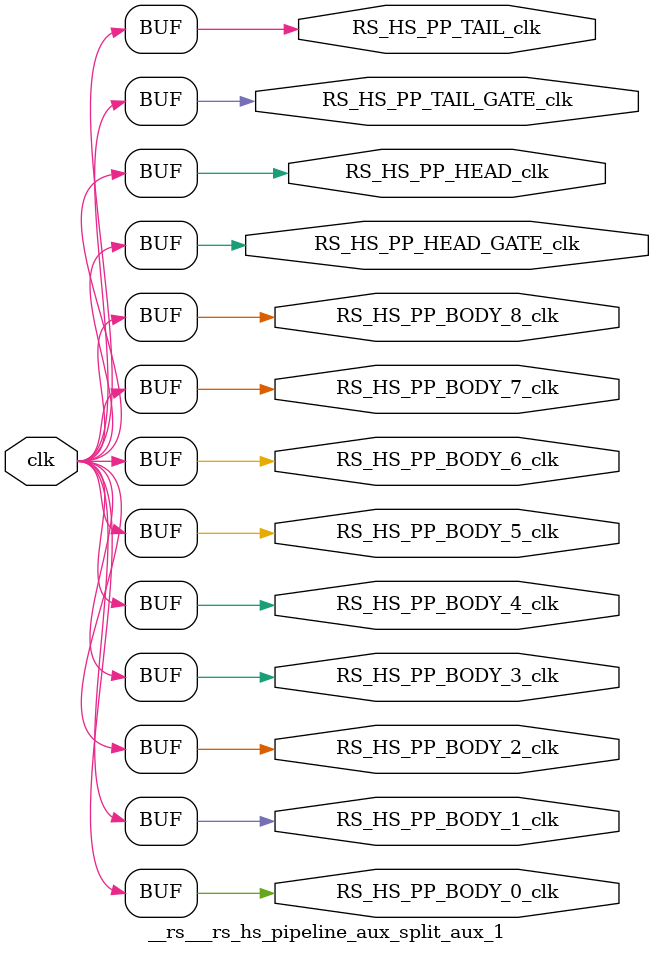
<source format=v>
`timescale 1 ns / 1 ps
module __rs___rs_hs_pipeline_aux_split_aux_1 #(
    parameter DATA_WIDTH                      = 32,
    parameter DEPTH                           = 24,
    parameter PIPELINE_READY_IN_HEAD          = 1,
    parameter PIPELINE_VALID_AND_DATA_IN_HEAD = 0,
    parameter BODY_LEVEL                      = 2,
    parameter EXTRA_PIPELINE_BEFORE_TAIL      = 0,
    parameter MEM_STYLE                       = 0,
    parameter __HEAD_REGION                   = "",
    parameter __BODY_0_REGION                 = "",
    parameter __BODY_1_REGION                 = "",
    parameter __BODY_2_REGION                 = "",
    parameter __BODY_3_REGION                 = "",
    parameter __BODY_4_REGION                 = "",
    parameter __BODY_5_REGION                 = "",
    parameter __BODY_6_REGION                 = "",
    parameter __BODY_7_REGION                 = "",
    parameter __BODY_8_REGION                 = "",
    parameter __TAIL_REGION                   = "",
    parameter GRACE_PERIOD                    = BODY_LEVEL * 2 + PIPELINE_READY_IN_HEAD + PIPELINE_VALID_AND_DATA_IN_HEAD + EXTRA_PIPELINE_BEFORE_TAIL * 2,
    parameter REAL_DEPTH                      = GRACE_PERIOD + DEPTH + 4,
    parameter REAL_ADDR_WIDTH                 = $clog2 ( REAL_DEPTH )
) (
    output wire RS_HS_PP_BODY_0_clk,
    output wire RS_HS_PP_BODY_1_clk,
    output wire RS_HS_PP_BODY_2_clk,
    output wire RS_HS_PP_BODY_3_clk,
    output wire RS_HS_PP_BODY_4_clk,
    output wire RS_HS_PP_BODY_5_clk,
    output wire RS_HS_PP_BODY_6_clk,
    output wire RS_HS_PP_BODY_7_clk,
    output wire RS_HS_PP_BODY_8_clk,
    output wire RS_HS_PP_HEAD_GATE_clk,
    output wire RS_HS_PP_HEAD_clk,
    output wire RS_HS_PP_TAIL_GATE_clk,
    output wire RS_HS_PP_TAIL_clk,
    input wire  clk
);
assign RS_HS_PP_BODY_0_clk = clk;
assign RS_HS_PP_BODY_1_clk = clk;
assign RS_HS_PP_BODY_2_clk = clk;
assign RS_HS_PP_BODY_3_clk = clk;
assign RS_HS_PP_BODY_4_clk = clk;
assign RS_HS_PP_BODY_5_clk = clk;
assign RS_HS_PP_BODY_6_clk = clk;
assign RS_HS_PP_BODY_7_clk = clk;
assign RS_HS_PP_BODY_8_clk = clk;
assign RS_HS_PP_HEAD_GATE_clk = clk;
assign RS_HS_PP_HEAD_clk = clk;
assign RS_HS_PP_TAIL_GATE_clk = clk;
assign RS_HS_PP_TAIL_clk = clk;
endmodule

</source>
